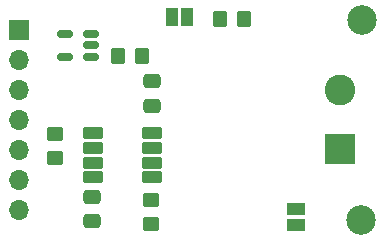
<source format=gbr>
%TF.GenerationSoftware,KiCad,Pcbnew,7.0.2*%
%TF.CreationDate,2023-10-27T14:16:18+02:00*%
%TF.ProjectId,stcs05,73746373-3035-42e6-9b69-6361645f7063,rev?*%
%TF.SameCoordinates,Original*%
%TF.FileFunction,Soldermask,Top*%
%TF.FilePolarity,Negative*%
%FSLAX46Y46*%
G04 Gerber Fmt 4.6, Leading zero omitted, Abs format (unit mm)*
G04 Created by KiCad (PCBNEW 7.0.2) date 2023-10-27 14:16:18*
%MOMM*%
%LPD*%
G01*
G04 APERTURE LIST*
G04 Aperture macros list*
%AMRoundRect*
0 Rectangle with rounded corners*
0 $1 Rounding radius*
0 $2 $3 $4 $5 $6 $7 $8 $9 X,Y pos of 4 corners*
0 Add a 4 corners polygon primitive as box body*
4,1,4,$2,$3,$4,$5,$6,$7,$8,$9,$2,$3,0*
0 Add four circle primitives for the rounded corners*
1,1,$1+$1,$2,$3*
1,1,$1+$1,$4,$5*
1,1,$1+$1,$6,$7*
1,1,$1+$1,$8,$9*
0 Add four rect primitives between the rounded corners*
20,1,$1+$1,$2,$3,$4,$5,0*
20,1,$1+$1,$4,$5,$6,$7,0*
20,1,$1+$1,$6,$7,$8,$9,0*
20,1,$1+$1,$8,$9,$2,$3,0*%
G04 Aperture macros list end*
%ADD10C,2.500000*%
%ADD11RoundRect,0.250000X0.350000X0.450000X-0.350000X0.450000X-0.350000X-0.450000X0.350000X-0.450000X0*%
%ADD12R,2.600000X2.600000*%
%ADD13C,2.600000*%
%ADD14RoundRect,0.250000X0.450000X-0.350000X0.450000X0.350000X-0.450000X0.350000X-0.450000X-0.350000X0*%
%ADD15R,1.000000X1.500000*%
%ADD16RoundRect,0.250000X-0.450000X0.350000X-0.450000X-0.350000X0.450000X-0.350000X0.450000X0.350000X0*%
%ADD17RoundRect,0.150000X0.512500X0.150000X-0.512500X0.150000X-0.512500X-0.150000X0.512500X-0.150000X0*%
%ADD18RoundRect,0.102000X0.750000X0.400000X-0.750000X0.400000X-0.750000X-0.400000X0.750000X-0.400000X0*%
%ADD19RoundRect,0.250000X-0.475000X0.337500X-0.475000X-0.337500X0.475000X-0.337500X0.475000X0.337500X0*%
%ADD20R,1.500000X1.000000*%
%ADD21R,1.700000X1.700000*%
%ADD22O,1.700000X1.700000*%
G04 APERTURE END LIST*
D10*
%TO.C,H2*%
X147300000Y-87500000D03*
%TD*%
D11*
%TO.C,R2*%
X128762000Y-73660000D03*
X126762000Y-73660000D03*
%TD*%
D12*
%TO.C,J2*%
X145542000Y-81534000D03*
D13*
X145542000Y-76534000D03*
%TD*%
D14*
%TO.C,R3*%
X121412000Y-82280000D03*
X121412000Y-80280000D03*
%TD*%
D15*
%TO.C,JP1*%
X132603000Y-70358000D03*
X131303000Y-70358000D03*
%TD*%
D16*
%TO.C,R4*%
X129540000Y-85868000D03*
X129540000Y-87868000D03*
%TD*%
D17*
%TO.C,U2*%
X124512500Y-73700000D03*
X124512500Y-72750000D03*
X124512500Y-71800000D03*
X122237500Y-71800000D03*
X122237500Y-73700000D03*
%TD*%
D10*
%TO.C,*%
X147400000Y-70600000D03*
%TD*%
D18*
%TO.C,U1*%
X129679000Y-83928000D03*
X129679000Y-82678000D03*
X129679000Y-81428000D03*
X129679000Y-80178000D03*
X124679000Y-80178000D03*
X124679000Y-81428000D03*
X124679000Y-82678000D03*
X124679000Y-83928000D03*
%TD*%
D11*
%TO.C,R1*%
X137398000Y-70485000D03*
X135398000Y-70485000D03*
%TD*%
D19*
%TO.C,C2*%
X129667000Y-75797500D03*
X129667000Y-77872500D03*
%TD*%
%TO.C,C1*%
X124587000Y-85576500D03*
X124587000Y-87651500D03*
%TD*%
D20*
%TO.C,JP2*%
X141825000Y-86625000D03*
X141825000Y-87925000D03*
%TD*%
D10*
%TO.C,H1*%
X147400000Y-70600000D03*
%TD*%
D21*
%TO.C,J1*%
X118400000Y-71460000D03*
D22*
X118400000Y-74000000D03*
X118400000Y-76540000D03*
X118400000Y-79080000D03*
X118400000Y-81620000D03*
X118400000Y-84160000D03*
X118400000Y-86700000D03*
%TD*%
M02*

</source>
